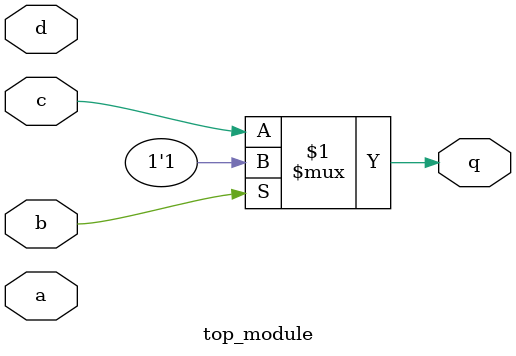
<source format=v>
module top_module (
    input a,
    input b,
    input c,
    input d,
    output q );
    assign q =b?1'b1:c;
endmodule

</source>
